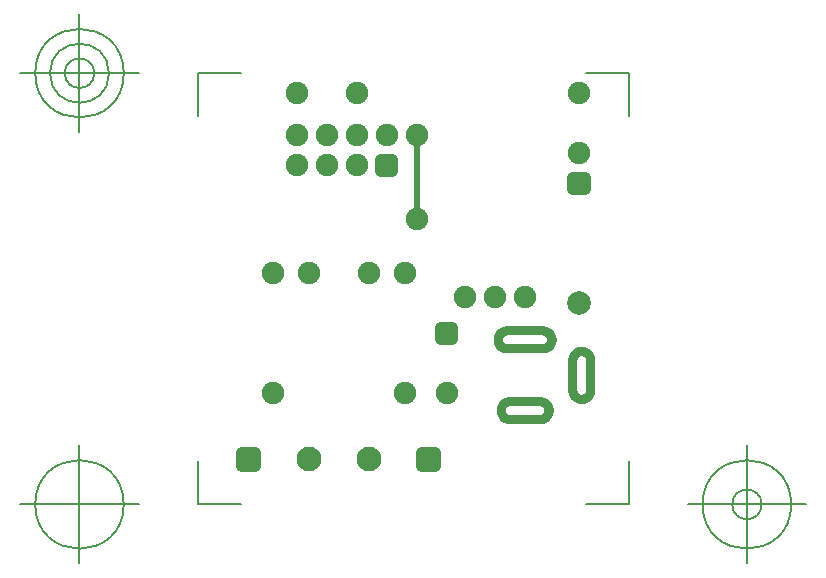
<source format=gbr>
G04 Generated by Ultiboard 14.1 *
%FSLAX34Y34*%
%MOMM*%

%ADD10C,0.0001*%
%ADD11C,0.7500*%
%ADD12C,0.5000*%
%ADD13C,0.1270*%
%ADD14C,1.9000*%
%ADD15R,1.1000X1.1000*%
%ADD16C,1.0000*%
%ADD17C,2.1000*%
%ADD18R,0.9000X0.9000*%
%ADD19R,1.0000X1.0000*%
%ADD20C,2.0000*%


G04 ColorRGB 00FF00 for the following layer *
%LNCopper Top*%
%LPD*%
G54D10*
G54D11*
X314700Y94460D02*
X314700Y119860D01*
X329940Y119860D02*
X329940Y94460D01*
X329940Y119860D02*
X329911Y120519D01*
X329825Y121173D01*
X329682Y121817D01*
X329484Y122446D01*
X329232Y123056D01*
X328927Y123641D01*
X328573Y124197D01*
X328171Y124720D01*
X327725Y125207D01*
X327239Y125652D01*
X326716Y126054D01*
X326159Y126408D01*
X325574Y126713D01*
X324965Y126966D01*
X324336Y127164D01*
X323692Y127307D01*
X323038Y127393D01*
X322378Y127422D01*
X321719Y127393D01*
X321065Y127307D01*
X320421Y127164D01*
X319792Y126966D01*
X319183Y126713D01*
X318598Y126408D01*
X318041Y126054D01*
X317518Y125652D01*
X317032Y125207D01*
X316586Y124720D01*
X316184Y124197D01*
X315830Y123641D01*
X315525Y123056D01*
X315273Y122446D01*
X315075Y121817D01*
X314932Y121173D01*
X314846Y120519D01*
X314817Y119860D01*
X314700Y94460D02*
X314729Y93796D01*
X314816Y93137D01*
X314960Y92488D01*
X315160Y91854D01*
X315414Y91240D01*
X315721Y90650D01*
X316078Y90089D01*
X316483Y89562D01*
X316932Y89072D01*
X317422Y88623D01*
X317949Y88218D01*
X318510Y87861D01*
X319100Y87554D01*
X319714Y87300D01*
X320348Y87100D01*
X320997Y86956D01*
X321656Y86869D01*
X322320Y86840D01*
X322984Y86869D01*
X323643Y86956D01*
X324292Y87100D01*
X324926Y87300D01*
X325540Y87554D01*
X326130Y87861D01*
X326691Y88218D01*
X327218Y88623D01*
X327708Y89072D01*
X328157Y89562D01*
X328562Y90089D01*
X328919Y90650D01*
X329226Y91240D01*
X329480Y91854D01*
X329680Y92488D01*
X329824Y93137D01*
X329911Y93796D01*
X329940Y94460D01*
X329940Y94460D01*
X287020Y69540D02*
X261620Y69540D01*
X261620Y84780D02*
X287020Y84780D01*
X261620Y84780D02*
X260961Y84751D01*
X260307Y84665D01*
X259663Y84522D01*
X259034Y84324D01*
X258424Y84072D01*
X257839Y83767D01*
X257283Y83413D01*
X256760Y83011D01*
X256273Y82565D01*
X255828Y82079D01*
X255426Y81556D01*
X255072Y80999D01*
X254767Y80414D01*
X254514Y79805D01*
X254316Y79176D01*
X254173Y78532D01*
X254087Y77878D01*
X254058Y77218D01*
X254087Y76559D01*
X254173Y75905D01*
X254316Y75261D01*
X254514Y74632D01*
X254767Y74023D01*
X255072Y73438D01*
X255426Y72881D01*
X255828Y72358D01*
X256273Y71872D01*
X256760Y71426D01*
X257283Y71024D01*
X257839Y70670D01*
X258424Y70365D01*
X259034Y70113D01*
X259663Y69915D01*
X260307Y69772D01*
X260961Y69686D01*
X261620Y69657D01*
X261620Y69657D01*
X287020Y69540D02*
X287684Y69569D01*
X288343Y69656D01*
X288992Y69800D01*
X289626Y70000D01*
X290240Y70254D01*
X290830Y70561D01*
X291391Y70918D01*
X291918Y71323D01*
X292408Y71772D01*
X292857Y72262D01*
X293262Y72789D01*
X293619Y73350D01*
X293926Y73940D01*
X294180Y74554D01*
X294380Y75188D01*
X294524Y75837D01*
X294611Y76496D01*
X294640Y77160D01*
X294611Y77824D01*
X294524Y78483D01*
X294380Y79132D01*
X294180Y79766D01*
X293926Y80380D01*
X293619Y80970D01*
X293262Y81531D01*
X292857Y82058D01*
X292408Y82548D01*
X291918Y82997D01*
X291391Y83402D01*
X290830Y83759D01*
X290240Y84066D01*
X289626Y84320D01*
X288992Y84520D01*
X288343Y84664D01*
X287684Y84751D01*
X287020Y84780D01*
X289560Y129540D02*
X259080Y129540D01*
X289560Y144780D02*
X259080Y144780D01*
X258416Y144751D01*
X257757Y144664D01*
X257108Y144520D01*
X256474Y144320D01*
X255860Y144066D01*
X255270Y143759D01*
X254709Y143402D01*
X254182Y142997D01*
X253692Y142548D01*
X253243Y142058D01*
X252838Y141531D01*
X252481Y140970D01*
X252174Y140380D01*
X251920Y139766D01*
X251720Y139132D01*
X251576Y138483D01*
X251489Y137824D01*
X251460Y137160D01*
X251489Y136496D01*
X251576Y135837D01*
X251720Y135188D01*
X251920Y134554D01*
X252174Y133940D01*
X252481Y133350D01*
X252838Y132789D01*
X253243Y132262D01*
X253692Y131772D01*
X254182Y131323D01*
X254709Y130918D01*
X255270Y130561D01*
X255860Y130254D01*
X256474Y130000D01*
X257108Y129800D01*
X257757Y129656D01*
X258416Y129569D01*
X259080Y129540D01*
X259080Y129540D01*
X289560Y129540D02*
X290224Y129569D01*
X290883Y129656D01*
X291532Y129800D01*
X292166Y130000D01*
X292780Y130254D01*
X293370Y130561D01*
X293931Y130918D01*
X294458Y131323D01*
X294948Y131772D01*
X295397Y132262D01*
X295802Y132789D01*
X296159Y133350D01*
X296466Y133940D01*
X296720Y134554D01*
X296920Y135188D01*
X297064Y135837D01*
X297151Y136496D01*
X297180Y137160D01*
X297151Y137824D01*
X297064Y138483D01*
X296920Y139132D01*
X296720Y139766D01*
X296466Y140380D01*
X296159Y140970D01*
X295802Y141531D01*
X295397Y142058D01*
X294948Y142548D01*
X294458Y142997D01*
X293931Y143402D01*
X293370Y143759D01*
X292780Y144066D01*
X292166Y144320D01*
X291532Y144520D01*
X290883Y144664D01*
X290224Y144751D01*
X289560Y144780D01*
G54D12*
X182880Y309880D02*
X182880Y238760D01*
G54D13*
X-2540Y-2540D02*
X-2540Y33968D01*
X-2540Y-2540D02*
X33968Y-2540D01*
X362540Y-2540D02*
X326032Y-2540D01*
X362540Y-2540D02*
X362540Y33968D01*
X362540Y362540D02*
X362540Y326032D01*
X362540Y362540D02*
X326032Y362540D01*
X-2540Y362540D02*
X33968Y362540D01*
X-2540Y362540D02*
X-2540Y326032D01*
X-52540Y-2540D02*
X-152540Y-2540D01*
X-102540Y-52540D02*
X-102540Y47460D01*
X-140040Y-2540D02*
G75*
D01*
G02X-140040Y-2540I37500J0*
G01*
X412540Y-2540D02*
X512540Y-2540D01*
X462540Y-52540D02*
X462540Y47460D01*
X425040Y-2540D02*
G75*
D01*
G02X425040Y-2540I37500J0*
G01*
X450040Y-2540D02*
G75*
D01*
G02X450040Y-2540I12500J0*
G01*
X-52540Y362540D02*
X-152540Y362540D01*
X-102540Y312540D02*
X-102540Y412540D01*
X-140040Y362540D02*
G75*
D01*
G02X-140040Y362540I37500J0*
G01*
X-127540Y362540D02*
G75*
D01*
G02X-127540Y362540I25000J0*
G01*
X-115040Y362540D02*
G75*
D01*
G02X-115040Y362540I12500J0*
G01*
G54D14*
X182880Y238760D03*
X182880Y309880D03*
X60960Y91440D03*
X60960Y193040D03*
X172720Y193040D03*
X172720Y91440D03*
X208280Y91440D03*
X142240Y193040D03*
X91440Y193040D03*
X320040Y294640D03*
X320040Y345440D03*
X81280Y345440D03*
X132080Y345440D03*
X248920Y172720D03*
X223520Y172720D03*
X274320Y172720D03*
X132080Y284480D03*
X106680Y284480D03*
X81280Y284480D03*
X81280Y309880D03*
X132080Y309880D03*
X106680Y309880D03*
X157480Y309880D03*
G54D15*
X40640Y35560D03*
X193040Y35560D03*
G54D16*
X35140Y30060D02*
X46140Y30060D01*
X46140Y41060D01*
X35140Y41060D01*
X35140Y30060D01*D02*
X187540Y30060D02*
X198540Y30060D01*
X198540Y41060D01*
X187540Y41060D01*
X187540Y30060D01*D02*
X203780Y137740D02*
X212780Y137740D01*
X212780Y146740D01*
X203780Y146740D01*
X203780Y137740D01*D02*
X315040Y264240D02*
X325040Y264240D01*
X325040Y274240D01*
X315040Y274240D01*
X315040Y264240D01*D02*
X152980Y279980D02*
X161980Y279980D01*
X161980Y288980D01*
X152980Y288980D01*
X152980Y279980D01*D02*
G54D17*
X91440Y35560D03*
X142240Y35560D03*
G54D18*
X208280Y142240D03*
X157480Y284480D03*
G54D19*
X320040Y269240D03*
G54D20*
X320040Y167640D03*

M02*

</source>
